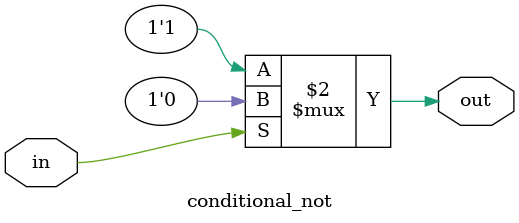
<source format=v>
module conditional_not (
  input in,
  output out
);

  assign out = (in == 1'b0) ? 1'b1 : 1'b0; // Check for 0 and invert

endmodule
</source>
